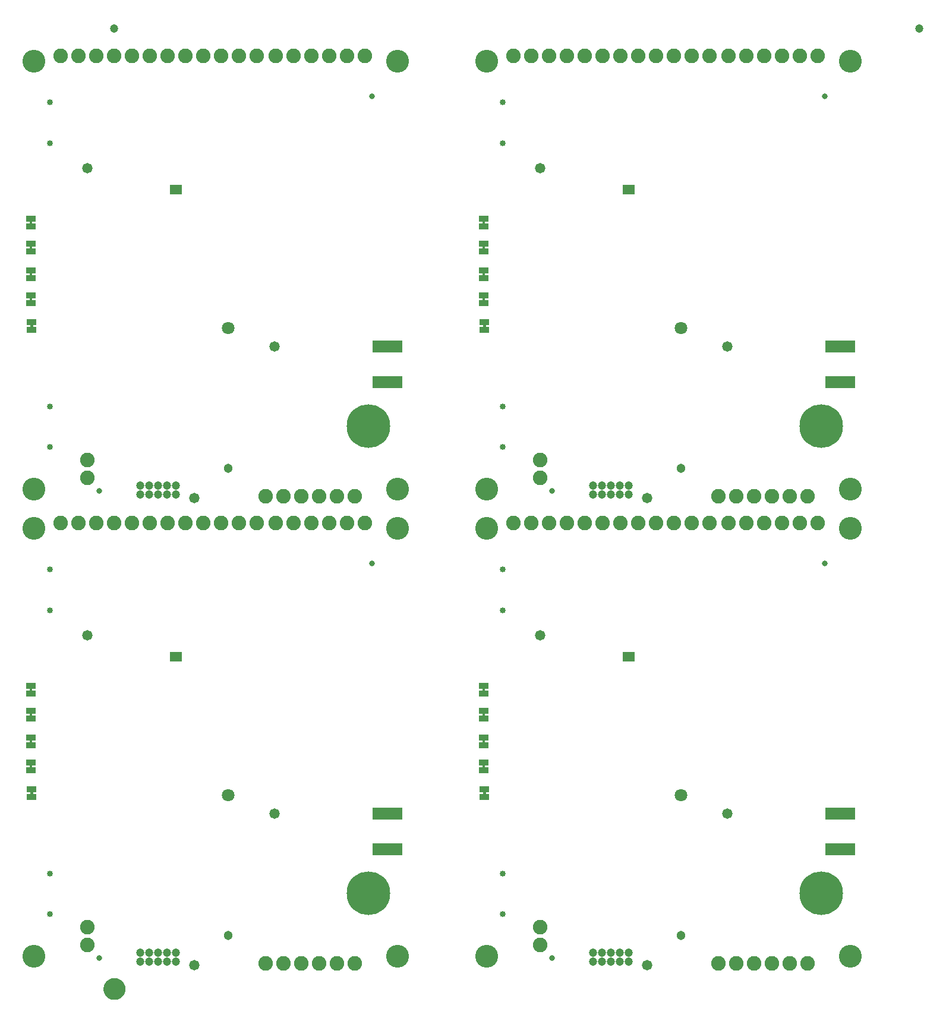
<source format=gbs>
G04 EAGLE Gerber RS-274X export*
G75*
%MOMM*%
%FSLAX34Y34*%
%LPD*%
%INSoldermask Bottom*%
%IPPOS*%
%AMOC8*
5,1,8,0,0,1.08239X$1,22.5*%
G01*
%ADD10C,0.853200*%
%ADD11C,0.838200*%
%ADD12C,2.082800*%
%ADD13C,6.203200*%
%ADD14C,1.303200*%
%ADD15C,1.803200*%
%ADD16R,1.473200X0.863600*%
%ADD17C,1.473200*%
%ADD18R,0.838200X1.473200*%
%ADD19C,3.251200*%
%ADD20C,1.203200*%
%ADD21R,4.203200X1.703200*%
%ADD22C,1.270000*%
%ADD23C,1.703200*%

G36*
X667450Y1068082D02*
X667450Y1068082D01*
X667516Y1068084D01*
X667559Y1068102D01*
X667606Y1068110D01*
X667663Y1068144D01*
X667723Y1068169D01*
X667758Y1068200D01*
X667799Y1068225D01*
X667841Y1068276D01*
X667889Y1068320D01*
X667911Y1068362D01*
X667940Y1068399D01*
X667961Y1068461D01*
X667992Y1068520D01*
X668000Y1068574D01*
X668012Y1068611D01*
X668011Y1068651D01*
X668019Y1068705D01*
X668019Y1072515D01*
X668008Y1072580D01*
X668006Y1072646D01*
X667988Y1072689D01*
X667980Y1072736D01*
X667946Y1072793D01*
X667921Y1072853D01*
X667890Y1072888D01*
X667865Y1072929D01*
X667814Y1072971D01*
X667770Y1073019D01*
X667728Y1073041D01*
X667691Y1073070D01*
X667629Y1073091D01*
X667570Y1073122D01*
X667516Y1073130D01*
X667479Y1073142D01*
X667439Y1073141D01*
X667385Y1073149D01*
X664845Y1073149D01*
X664780Y1073138D01*
X664714Y1073136D01*
X664671Y1073118D01*
X664624Y1073110D01*
X664567Y1073076D01*
X664507Y1073051D01*
X664472Y1073020D01*
X664431Y1072995D01*
X664390Y1072944D01*
X664341Y1072900D01*
X664319Y1072858D01*
X664290Y1072821D01*
X664269Y1072759D01*
X664238Y1072700D01*
X664230Y1072646D01*
X664218Y1072609D01*
X664218Y1072605D01*
X664218Y1072604D01*
X664219Y1072569D01*
X664211Y1072515D01*
X664211Y1068705D01*
X664222Y1068640D01*
X664224Y1068574D01*
X664242Y1068531D01*
X664250Y1068484D01*
X664284Y1068427D01*
X664309Y1068367D01*
X664340Y1068332D01*
X664365Y1068291D01*
X664416Y1068250D01*
X664460Y1068201D01*
X664502Y1068179D01*
X664539Y1068150D01*
X664601Y1068129D01*
X664660Y1068098D01*
X664714Y1068090D01*
X664751Y1068078D01*
X664791Y1068079D01*
X664845Y1068071D01*
X667385Y1068071D01*
X667450Y1068082D01*
G37*
G36*
X22290Y1068082D02*
X22290Y1068082D01*
X22356Y1068084D01*
X22399Y1068102D01*
X22446Y1068110D01*
X22503Y1068144D01*
X22563Y1068169D01*
X22598Y1068200D01*
X22639Y1068225D01*
X22681Y1068276D01*
X22729Y1068320D01*
X22751Y1068362D01*
X22780Y1068399D01*
X22801Y1068461D01*
X22832Y1068520D01*
X22840Y1068574D01*
X22852Y1068611D01*
X22851Y1068651D01*
X22859Y1068705D01*
X22859Y1072515D01*
X22848Y1072580D01*
X22846Y1072646D01*
X22828Y1072689D01*
X22820Y1072736D01*
X22786Y1072793D01*
X22761Y1072853D01*
X22730Y1072888D01*
X22705Y1072929D01*
X22654Y1072971D01*
X22610Y1073019D01*
X22568Y1073041D01*
X22531Y1073070D01*
X22469Y1073091D01*
X22410Y1073122D01*
X22356Y1073130D01*
X22319Y1073142D01*
X22279Y1073141D01*
X22225Y1073149D01*
X19685Y1073149D01*
X19620Y1073138D01*
X19554Y1073136D01*
X19511Y1073118D01*
X19464Y1073110D01*
X19407Y1073076D01*
X19347Y1073051D01*
X19312Y1073020D01*
X19271Y1072995D01*
X19230Y1072944D01*
X19181Y1072900D01*
X19159Y1072858D01*
X19130Y1072821D01*
X19109Y1072759D01*
X19078Y1072700D01*
X19070Y1072646D01*
X19058Y1072609D01*
X19058Y1072605D01*
X19058Y1072604D01*
X19059Y1072569D01*
X19051Y1072515D01*
X19051Y1068705D01*
X19062Y1068640D01*
X19064Y1068574D01*
X19082Y1068531D01*
X19090Y1068484D01*
X19124Y1068427D01*
X19149Y1068367D01*
X19180Y1068332D01*
X19205Y1068291D01*
X19256Y1068250D01*
X19300Y1068201D01*
X19342Y1068179D01*
X19379Y1068150D01*
X19441Y1068129D01*
X19500Y1068098D01*
X19554Y1068090D01*
X19591Y1068078D01*
X19631Y1068079D01*
X19685Y1068071D01*
X22225Y1068071D01*
X22290Y1068082D01*
G37*
G36*
X667450Y1032522D02*
X667450Y1032522D01*
X667516Y1032524D01*
X667559Y1032542D01*
X667606Y1032550D01*
X667663Y1032584D01*
X667723Y1032609D01*
X667758Y1032640D01*
X667799Y1032665D01*
X667841Y1032716D01*
X667889Y1032760D01*
X667911Y1032802D01*
X667940Y1032839D01*
X667961Y1032901D01*
X667992Y1032960D01*
X668000Y1033014D01*
X668012Y1033051D01*
X668011Y1033091D01*
X668019Y1033145D01*
X668019Y1036955D01*
X668008Y1037020D01*
X668006Y1037086D01*
X667988Y1037129D01*
X667980Y1037176D01*
X667946Y1037233D01*
X667921Y1037293D01*
X667890Y1037328D01*
X667865Y1037369D01*
X667814Y1037411D01*
X667770Y1037459D01*
X667728Y1037481D01*
X667691Y1037510D01*
X667629Y1037531D01*
X667570Y1037562D01*
X667516Y1037570D01*
X667479Y1037582D01*
X667439Y1037581D01*
X667385Y1037589D01*
X664845Y1037589D01*
X664780Y1037578D01*
X664714Y1037576D01*
X664671Y1037558D01*
X664624Y1037550D01*
X664567Y1037516D01*
X664507Y1037491D01*
X664472Y1037460D01*
X664431Y1037435D01*
X664390Y1037384D01*
X664341Y1037340D01*
X664319Y1037298D01*
X664290Y1037261D01*
X664269Y1037199D01*
X664238Y1037140D01*
X664230Y1037086D01*
X664218Y1037049D01*
X664218Y1037045D01*
X664218Y1037044D01*
X664219Y1037009D01*
X664211Y1036955D01*
X664211Y1033145D01*
X664222Y1033080D01*
X664224Y1033014D01*
X664242Y1032971D01*
X664250Y1032924D01*
X664284Y1032867D01*
X664309Y1032807D01*
X664340Y1032772D01*
X664365Y1032731D01*
X664416Y1032690D01*
X664460Y1032641D01*
X664502Y1032619D01*
X664539Y1032590D01*
X664601Y1032569D01*
X664660Y1032538D01*
X664714Y1032530D01*
X664751Y1032518D01*
X664791Y1032519D01*
X664845Y1032511D01*
X667385Y1032511D01*
X667450Y1032522D01*
G37*
G36*
X22290Y1032522D02*
X22290Y1032522D01*
X22356Y1032524D01*
X22399Y1032542D01*
X22446Y1032550D01*
X22503Y1032584D01*
X22563Y1032609D01*
X22598Y1032640D01*
X22639Y1032665D01*
X22681Y1032716D01*
X22729Y1032760D01*
X22751Y1032802D01*
X22780Y1032839D01*
X22801Y1032901D01*
X22832Y1032960D01*
X22840Y1033014D01*
X22852Y1033051D01*
X22851Y1033091D01*
X22859Y1033145D01*
X22859Y1036955D01*
X22848Y1037020D01*
X22846Y1037086D01*
X22828Y1037129D01*
X22820Y1037176D01*
X22786Y1037233D01*
X22761Y1037293D01*
X22730Y1037328D01*
X22705Y1037369D01*
X22654Y1037411D01*
X22610Y1037459D01*
X22568Y1037481D01*
X22531Y1037510D01*
X22469Y1037531D01*
X22410Y1037562D01*
X22356Y1037570D01*
X22319Y1037582D01*
X22279Y1037581D01*
X22225Y1037589D01*
X19685Y1037589D01*
X19620Y1037578D01*
X19554Y1037576D01*
X19511Y1037558D01*
X19464Y1037550D01*
X19407Y1037516D01*
X19347Y1037491D01*
X19312Y1037460D01*
X19271Y1037435D01*
X19230Y1037384D01*
X19181Y1037340D01*
X19159Y1037298D01*
X19130Y1037261D01*
X19109Y1037199D01*
X19078Y1037140D01*
X19070Y1037086D01*
X19058Y1037049D01*
X19058Y1037045D01*
X19058Y1037044D01*
X19059Y1037009D01*
X19051Y1036955D01*
X19051Y1033145D01*
X19062Y1033080D01*
X19064Y1033014D01*
X19082Y1032971D01*
X19090Y1032924D01*
X19124Y1032867D01*
X19149Y1032807D01*
X19180Y1032772D01*
X19205Y1032731D01*
X19256Y1032690D01*
X19300Y1032641D01*
X19342Y1032619D01*
X19379Y1032590D01*
X19441Y1032569D01*
X19500Y1032538D01*
X19554Y1032530D01*
X19591Y1032518D01*
X19631Y1032519D01*
X19685Y1032511D01*
X22225Y1032511D01*
X22290Y1032522D01*
G37*
G36*
X22290Y994422D02*
X22290Y994422D01*
X22356Y994424D01*
X22399Y994442D01*
X22446Y994450D01*
X22503Y994484D01*
X22563Y994509D01*
X22598Y994540D01*
X22639Y994565D01*
X22681Y994616D01*
X22729Y994660D01*
X22751Y994702D01*
X22780Y994739D01*
X22801Y994801D01*
X22832Y994860D01*
X22840Y994914D01*
X22852Y994951D01*
X22851Y994991D01*
X22859Y995045D01*
X22859Y998855D01*
X22848Y998920D01*
X22846Y998986D01*
X22828Y999029D01*
X22820Y999076D01*
X22786Y999133D01*
X22761Y999193D01*
X22730Y999228D01*
X22705Y999269D01*
X22654Y999311D01*
X22610Y999359D01*
X22568Y999381D01*
X22531Y999410D01*
X22469Y999431D01*
X22410Y999462D01*
X22356Y999470D01*
X22319Y999482D01*
X22279Y999481D01*
X22225Y999489D01*
X19685Y999489D01*
X19620Y999478D01*
X19554Y999476D01*
X19511Y999458D01*
X19464Y999450D01*
X19407Y999416D01*
X19347Y999391D01*
X19312Y999360D01*
X19271Y999335D01*
X19230Y999284D01*
X19181Y999240D01*
X19159Y999198D01*
X19130Y999161D01*
X19109Y999099D01*
X19078Y999040D01*
X19070Y998986D01*
X19058Y998949D01*
X19058Y998945D01*
X19058Y998944D01*
X19059Y998909D01*
X19051Y998855D01*
X19051Y995045D01*
X19062Y994980D01*
X19064Y994914D01*
X19082Y994871D01*
X19090Y994824D01*
X19124Y994767D01*
X19149Y994707D01*
X19180Y994672D01*
X19205Y994631D01*
X19256Y994590D01*
X19300Y994541D01*
X19342Y994519D01*
X19379Y994490D01*
X19441Y994469D01*
X19500Y994438D01*
X19554Y994430D01*
X19591Y994418D01*
X19631Y994419D01*
X19685Y994411D01*
X22225Y994411D01*
X22290Y994422D01*
G37*
G36*
X667450Y994422D02*
X667450Y994422D01*
X667516Y994424D01*
X667559Y994442D01*
X667606Y994450D01*
X667663Y994484D01*
X667723Y994509D01*
X667758Y994540D01*
X667799Y994565D01*
X667841Y994616D01*
X667889Y994660D01*
X667911Y994702D01*
X667940Y994739D01*
X667961Y994801D01*
X667992Y994860D01*
X668000Y994914D01*
X668012Y994951D01*
X668011Y994991D01*
X668019Y995045D01*
X668019Y998855D01*
X668008Y998920D01*
X668006Y998986D01*
X667988Y999029D01*
X667980Y999076D01*
X667946Y999133D01*
X667921Y999193D01*
X667890Y999228D01*
X667865Y999269D01*
X667814Y999311D01*
X667770Y999359D01*
X667728Y999381D01*
X667691Y999410D01*
X667629Y999431D01*
X667570Y999462D01*
X667516Y999470D01*
X667479Y999482D01*
X667439Y999481D01*
X667385Y999489D01*
X664845Y999489D01*
X664780Y999478D01*
X664714Y999476D01*
X664671Y999458D01*
X664624Y999450D01*
X664567Y999416D01*
X664507Y999391D01*
X664472Y999360D01*
X664431Y999335D01*
X664390Y999284D01*
X664341Y999240D01*
X664319Y999198D01*
X664290Y999161D01*
X664269Y999099D01*
X664238Y999040D01*
X664230Y998986D01*
X664218Y998949D01*
X664218Y998945D01*
X664218Y998944D01*
X664219Y998909D01*
X664211Y998855D01*
X664211Y995045D01*
X664222Y994980D01*
X664224Y994914D01*
X664242Y994871D01*
X664250Y994824D01*
X664284Y994767D01*
X664309Y994707D01*
X664340Y994672D01*
X664365Y994631D01*
X664416Y994590D01*
X664460Y994541D01*
X664502Y994519D01*
X664539Y994490D01*
X664601Y994469D01*
X664660Y994438D01*
X664714Y994430D01*
X664751Y994418D01*
X664791Y994419D01*
X664845Y994411D01*
X667385Y994411D01*
X667450Y994422D01*
G37*
G36*
X22290Y958862D02*
X22290Y958862D01*
X22356Y958864D01*
X22399Y958882D01*
X22446Y958890D01*
X22503Y958924D01*
X22563Y958949D01*
X22598Y958980D01*
X22639Y959005D01*
X22681Y959056D01*
X22729Y959100D01*
X22751Y959142D01*
X22780Y959179D01*
X22801Y959241D01*
X22832Y959300D01*
X22840Y959354D01*
X22852Y959391D01*
X22851Y959431D01*
X22859Y959485D01*
X22859Y963295D01*
X22848Y963360D01*
X22846Y963426D01*
X22828Y963469D01*
X22820Y963516D01*
X22786Y963573D01*
X22761Y963633D01*
X22730Y963668D01*
X22705Y963709D01*
X22654Y963751D01*
X22610Y963799D01*
X22568Y963821D01*
X22531Y963850D01*
X22469Y963871D01*
X22410Y963902D01*
X22356Y963910D01*
X22319Y963922D01*
X22279Y963921D01*
X22225Y963929D01*
X19685Y963929D01*
X19620Y963918D01*
X19554Y963916D01*
X19511Y963898D01*
X19464Y963890D01*
X19407Y963856D01*
X19347Y963831D01*
X19312Y963800D01*
X19271Y963775D01*
X19230Y963724D01*
X19181Y963680D01*
X19159Y963638D01*
X19130Y963601D01*
X19109Y963539D01*
X19078Y963480D01*
X19070Y963426D01*
X19058Y963389D01*
X19058Y963385D01*
X19058Y963384D01*
X19059Y963349D01*
X19051Y963295D01*
X19051Y959485D01*
X19062Y959420D01*
X19064Y959354D01*
X19082Y959311D01*
X19090Y959264D01*
X19124Y959207D01*
X19149Y959147D01*
X19180Y959112D01*
X19205Y959071D01*
X19256Y959030D01*
X19300Y958981D01*
X19342Y958959D01*
X19379Y958930D01*
X19441Y958909D01*
X19500Y958878D01*
X19554Y958870D01*
X19591Y958858D01*
X19631Y958859D01*
X19685Y958851D01*
X22225Y958851D01*
X22290Y958862D01*
G37*
G36*
X667450Y958862D02*
X667450Y958862D01*
X667516Y958864D01*
X667559Y958882D01*
X667606Y958890D01*
X667663Y958924D01*
X667723Y958949D01*
X667758Y958980D01*
X667799Y959005D01*
X667841Y959056D01*
X667889Y959100D01*
X667911Y959142D01*
X667940Y959179D01*
X667961Y959241D01*
X667992Y959300D01*
X668000Y959354D01*
X668012Y959391D01*
X668011Y959431D01*
X668019Y959485D01*
X668019Y963295D01*
X668008Y963360D01*
X668006Y963426D01*
X667988Y963469D01*
X667980Y963516D01*
X667946Y963573D01*
X667921Y963633D01*
X667890Y963668D01*
X667865Y963709D01*
X667814Y963751D01*
X667770Y963799D01*
X667728Y963821D01*
X667691Y963850D01*
X667629Y963871D01*
X667570Y963902D01*
X667516Y963910D01*
X667479Y963922D01*
X667439Y963921D01*
X667385Y963929D01*
X664845Y963929D01*
X664780Y963918D01*
X664714Y963916D01*
X664671Y963898D01*
X664624Y963890D01*
X664567Y963856D01*
X664507Y963831D01*
X664472Y963800D01*
X664431Y963775D01*
X664390Y963724D01*
X664341Y963680D01*
X664319Y963638D01*
X664290Y963601D01*
X664269Y963539D01*
X664238Y963480D01*
X664230Y963426D01*
X664218Y963389D01*
X664218Y963385D01*
X664218Y963384D01*
X664219Y963349D01*
X664211Y963295D01*
X664211Y959485D01*
X664222Y959420D01*
X664224Y959354D01*
X664242Y959311D01*
X664250Y959264D01*
X664284Y959207D01*
X664309Y959147D01*
X664340Y959112D01*
X664365Y959071D01*
X664416Y959030D01*
X664460Y958981D01*
X664502Y958959D01*
X664539Y958930D01*
X664601Y958909D01*
X664660Y958878D01*
X664714Y958870D01*
X664751Y958858D01*
X664791Y958859D01*
X664845Y958851D01*
X667385Y958851D01*
X667450Y958862D01*
G37*
G36*
X23560Y920762D02*
X23560Y920762D01*
X23626Y920764D01*
X23669Y920782D01*
X23716Y920790D01*
X23773Y920824D01*
X23833Y920849D01*
X23868Y920880D01*
X23909Y920905D01*
X23951Y920956D01*
X23999Y921000D01*
X24021Y921042D01*
X24050Y921079D01*
X24071Y921141D01*
X24102Y921200D01*
X24110Y921254D01*
X24122Y921291D01*
X24121Y921331D01*
X24129Y921385D01*
X24129Y925195D01*
X24118Y925260D01*
X24116Y925326D01*
X24098Y925369D01*
X24090Y925416D01*
X24056Y925473D01*
X24031Y925533D01*
X24000Y925568D01*
X23975Y925609D01*
X23924Y925651D01*
X23880Y925699D01*
X23838Y925721D01*
X23801Y925750D01*
X23739Y925771D01*
X23680Y925802D01*
X23626Y925810D01*
X23589Y925822D01*
X23549Y925821D01*
X23495Y925829D01*
X20955Y925829D01*
X20890Y925818D01*
X20824Y925816D01*
X20781Y925798D01*
X20734Y925790D01*
X20677Y925756D01*
X20617Y925731D01*
X20582Y925700D01*
X20541Y925675D01*
X20500Y925624D01*
X20451Y925580D01*
X20429Y925538D01*
X20400Y925501D01*
X20379Y925439D01*
X20348Y925380D01*
X20340Y925326D01*
X20328Y925289D01*
X20328Y925285D01*
X20328Y925284D01*
X20329Y925249D01*
X20321Y925195D01*
X20321Y921385D01*
X20332Y921320D01*
X20334Y921254D01*
X20352Y921211D01*
X20360Y921164D01*
X20394Y921107D01*
X20419Y921047D01*
X20450Y921012D01*
X20475Y920971D01*
X20526Y920930D01*
X20570Y920881D01*
X20612Y920859D01*
X20649Y920830D01*
X20711Y920809D01*
X20770Y920778D01*
X20824Y920770D01*
X20861Y920758D01*
X20901Y920759D01*
X20955Y920751D01*
X23495Y920751D01*
X23560Y920762D01*
G37*
G36*
X668720Y920762D02*
X668720Y920762D01*
X668786Y920764D01*
X668829Y920782D01*
X668876Y920790D01*
X668933Y920824D01*
X668993Y920849D01*
X669028Y920880D01*
X669069Y920905D01*
X669111Y920956D01*
X669159Y921000D01*
X669181Y921042D01*
X669210Y921079D01*
X669231Y921141D01*
X669262Y921200D01*
X669270Y921254D01*
X669282Y921291D01*
X669281Y921331D01*
X669289Y921385D01*
X669289Y925195D01*
X669278Y925260D01*
X669276Y925326D01*
X669258Y925369D01*
X669250Y925416D01*
X669216Y925473D01*
X669191Y925533D01*
X669160Y925568D01*
X669135Y925609D01*
X669084Y925651D01*
X669040Y925699D01*
X668998Y925721D01*
X668961Y925750D01*
X668899Y925771D01*
X668840Y925802D01*
X668786Y925810D01*
X668749Y925822D01*
X668709Y925821D01*
X668655Y925829D01*
X666115Y925829D01*
X666050Y925818D01*
X665984Y925816D01*
X665941Y925798D01*
X665894Y925790D01*
X665837Y925756D01*
X665777Y925731D01*
X665742Y925700D01*
X665701Y925675D01*
X665660Y925624D01*
X665611Y925580D01*
X665589Y925538D01*
X665560Y925501D01*
X665539Y925439D01*
X665508Y925380D01*
X665500Y925326D01*
X665488Y925289D01*
X665488Y925285D01*
X665488Y925284D01*
X665489Y925249D01*
X665481Y925195D01*
X665481Y921385D01*
X665492Y921320D01*
X665494Y921254D01*
X665512Y921211D01*
X665520Y921164D01*
X665554Y921107D01*
X665579Y921047D01*
X665610Y921012D01*
X665635Y920971D01*
X665686Y920930D01*
X665730Y920881D01*
X665772Y920859D01*
X665809Y920830D01*
X665871Y920809D01*
X665930Y920778D01*
X665984Y920770D01*
X666021Y920758D01*
X666061Y920759D01*
X666115Y920751D01*
X668655Y920751D01*
X668720Y920762D01*
G37*
G36*
X667450Y402602D02*
X667450Y402602D01*
X667516Y402604D01*
X667559Y402622D01*
X667606Y402630D01*
X667663Y402664D01*
X667723Y402689D01*
X667758Y402720D01*
X667799Y402745D01*
X667841Y402796D01*
X667889Y402840D01*
X667911Y402882D01*
X667940Y402919D01*
X667961Y402981D01*
X667992Y403040D01*
X668000Y403094D01*
X668012Y403131D01*
X668011Y403171D01*
X668019Y403225D01*
X668019Y407035D01*
X668008Y407100D01*
X668006Y407166D01*
X667988Y407209D01*
X667980Y407256D01*
X667946Y407313D01*
X667921Y407373D01*
X667890Y407408D01*
X667865Y407449D01*
X667814Y407491D01*
X667770Y407539D01*
X667728Y407561D01*
X667691Y407590D01*
X667629Y407611D01*
X667570Y407642D01*
X667516Y407650D01*
X667479Y407662D01*
X667439Y407661D01*
X667385Y407669D01*
X664845Y407669D01*
X664780Y407658D01*
X664714Y407656D01*
X664671Y407638D01*
X664624Y407630D01*
X664567Y407596D01*
X664507Y407571D01*
X664472Y407540D01*
X664431Y407515D01*
X664390Y407464D01*
X664341Y407420D01*
X664319Y407378D01*
X664290Y407341D01*
X664269Y407279D01*
X664238Y407220D01*
X664230Y407166D01*
X664218Y407129D01*
X664218Y407125D01*
X664218Y407124D01*
X664219Y407089D01*
X664211Y407035D01*
X664211Y403225D01*
X664222Y403160D01*
X664224Y403094D01*
X664242Y403051D01*
X664250Y403004D01*
X664284Y402947D01*
X664309Y402887D01*
X664340Y402852D01*
X664365Y402811D01*
X664416Y402770D01*
X664460Y402721D01*
X664502Y402699D01*
X664539Y402670D01*
X664601Y402649D01*
X664660Y402618D01*
X664714Y402610D01*
X664751Y402598D01*
X664791Y402599D01*
X664845Y402591D01*
X667385Y402591D01*
X667450Y402602D01*
G37*
G36*
X22290Y402602D02*
X22290Y402602D01*
X22356Y402604D01*
X22399Y402622D01*
X22446Y402630D01*
X22503Y402664D01*
X22563Y402689D01*
X22598Y402720D01*
X22639Y402745D01*
X22681Y402796D01*
X22729Y402840D01*
X22751Y402882D01*
X22780Y402919D01*
X22801Y402981D01*
X22832Y403040D01*
X22840Y403094D01*
X22852Y403131D01*
X22851Y403171D01*
X22859Y403225D01*
X22859Y407035D01*
X22848Y407100D01*
X22846Y407166D01*
X22828Y407209D01*
X22820Y407256D01*
X22786Y407313D01*
X22761Y407373D01*
X22730Y407408D01*
X22705Y407449D01*
X22654Y407491D01*
X22610Y407539D01*
X22568Y407561D01*
X22531Y407590D01*
X22469Y407611D01*
X22410Y407642D01*
X22356Y407650D01*
X22319Y407662D01*
X22279Y407661D01*
X22225Y407669D01*
X19685Y407669D01*
X19620Y407658D01*
X19554Y407656D01*
X19511Y407638D01*
X19464Y407630D01*
X19407Y407596D01*
X19347Y407571D01*
X19312Y407540D01*
X19271Y407515D01*
X19230Y407464D01*
X19181Y407420D01*
X19159Y407378D01*
X19130Y407341D01*
X19109Y407279D01*
X19078Y407220D01*
X19070Y407166D01*
X19058Y407129D01*
X19058Y407125D01*
X19058Y407124D01*
X19059Y407089D01*
X19051Y407035D01*
X19051Y403225D01*
X19062Y403160D01*
X19064Y403094D01*
X19082Y403051D01*
X19090Y403004D01*
X19124Y402947D01*
X19149Y402887D01*
X19180Y402852D01*
X19205Y402811D01*
X19256Y402770D01*
X19300Y402721D01*
X19342Y402699D01*
X19379Y402670D01*
X19441Y402649D01*
X19500Y402618D01*
X19554Y402610D01*
X19591Y402598D01*
X19631Y402599D01*
X19685Y402591D01*
X22225Y402591D01*
X22290Y402602D01*
G37*
G36*
X667450Y367042D02*
X667450Y367042D01*
X667516Y367044D01*
X667559Y367062D01*
X667606Y367070D01*
X667663Y367104D01*
X667723Y367129D01*
X667758Y367160D01*
X667799Y367185D01*
X667841Y367236D01*
X667889Y367280D01*
X667911Y367322D01*
X667940Y367359D01*
X667961Y367421D01*
X667992Y367480D01*
X668000Y367534D01*
X668012Y367571D01*
X668011Y367611D01*
X668019Y367665D01*
X668019Y371475D01*
X668008Y371540D01*
X668006Y371606D01*
X667988Y371649D01*
X667980Y371696D01*
X667946Y371753D01*
X667921Y371813D01*
X667890Y371848D01*
X667865Y371889D01*
X667814Y371931D01*
X667770Y371979D01*
X667728Y372001D01*
X667691Y372030D01*
X667629Y372051D01*
X667570Y372082D01*
X667516Y372090D01*
X667479Y372102D01*
X667439Y372101D01*
X667385Y372109D01*
X664845Y372109D01*
X664780Y372098D01*
X664714Y372096D01*
X664671Y372078D01*
X664624Y372070D01*
X664567Y372036D01*
X664507Y372011D01*
X664472Y371980D01*
X664431Y371955D01*
X664390Y371904D01*
X664341Y371860D01*
X664319Y371818D01*
X664290Y371781D01*
X664269Y371719D01*
X664238Y371660D01*
X664230Y371606D01*
X664218Y371569D01*
X664218Y371565D01*
X664218Y371564D01*
X664219Y371529D01*
X664211Y371475D01*
X664211Y367665D01*
X664222Y367600D01*
X664224Y367534D01*
X664242Y367491D01*
X664250Y367444D01*
X664284Y367387D01*
X664309Y367327D01*
X664340Y367292D01*
X664365Y367251D01*
X664416Y367210D01*
X664460Y367161D01*
X664502Y367139D01*
X664539Y367110D01*
X664601Y367089D01*
X664660Y367058D01*
X664714Y367050D01*
X664751Y367038D01*
X664791Y367039D01*
X664845Y367031D01*
X667385Y367031D01*
X667450Y367042D01*
G37*
G36*
X22290Y367042D02*
X22290Y367042D01*
X22356Y367044D01*
X22399Y367062D01*
X22446Y367070D01*
X22503Y367104D01*
X22563Y367129D01*
X22598Y367160D01*
X22639Y367185D01*
X22681Y367236D01*
X22729Y367280D01*
X22751Y367322D01*
X22780Y367359D01*
X22801Y367421D01*
X22832Y367480D01*
X22840Y367534D01*
X22852Y367571D01*
X22851Y367611D01*
X22859Y367665D01*
X22859Y371475D01*
X22848Y371540D01*
X22846Y371606D01*
X22828Y371649D01*
X22820Y371696D01*
X22786Y371753D01*
X22761Y371813D01*
X22730Y371848D01*
X22705Y371889D01*
X22654Y371931D01*
X22610Y371979D01*
X22568Y372001D01*
X22531Y372030D01*
X22469Y372051D01*
X22410Y372082D01*
X22356Y372090D01*
X22319Y372102D01*
X22279Y372101D01*
X22225Y372109D01*
X19685Y372109D01*
X19620Y372098D01*
X19554Y372096D01*
X19511Y372078D01*
X19464Y372070D01*
X19407Y372036D01*
X19347Y372011D01*
X19312Y371980D01*
X19271Y371955D01*
X19230Y371904D01*
X19181Y371860D01*
X19159Y371818D01*
X19130Y371781D01*
X19109Y371719D01*
X19078Y371660D01*
X19070Y371606D01*
X19058Y371569D01*
X19058Y371565D01*
X19058Y371564D01*
X19059Y371529D01*
X19051Y371475D01*
X19051Y367665D01*
X19062Y367600D01*
X19064Y367534D01*
X19082Y367491D01*
X19090Y367444D01*
X19124Y367387D01*
X19149Y367327D01*
X19180Y367292D01*
X19205Y367251D01*
X19256Y367210D01*
X19300Y367161D01*
X19342Y367139D01*
X19379Y367110D01*
X19441Y367089D01*
X19500Y367058D01*
X19554Y367050D01*
X19591Y367038D01*
X19631Y367039D01*
X19685Y367031D01*
X22225Y367031D01*
X22290Y367042D01*
G37*
G36*
X667450Y328942D02*
X667450Y328942D01*
X667516Y328944D01*
X667559Y328962D01*
X667606Y328970D01*
X667663Y329004D01*
X667723Y329029D01*
X667758Y329060D01*
X667799Y329085D01*
X667841Y329136D01*
X667889Y329180D01*
X667911Y329222D01*
X667940Y329259D01*
X667961Y329321D01*
X667992Y329380D01*
X668000Y329434D01*
X668012Y329471D01*
X668011Y329511D01*
X668019Y329565D01*
X668019Y333375D01*
X668008Y333440D01*
X668006Y333506D01*
X667988Y333549D01*
X667980Y333596D01*
X667946Y333653D01*
X667921Y333713D01*
X667890Y333748D01*
X667865Y333789D01*
X667814Y333831D01*
X667770Y333879D01*
X667728Y333901D01*
X667691Y333930D01*
X667629Y333951D01*
X667570Y333982D01*
X667516Y333990D01*
X667479Y334002D01*
X667439Y334001D01*
X667385Y334009D01*
X664845Y334009D01*
X664780Y333998D01*
X664714Y333996D01*
X664671Y333978D01*
X664624Y333970D01*
X664567Y333936D01*
X664507Y333911D01*
X664472Y333880D01*
X664431Y333855D01*
X664390Y333804D01*
X664341Y333760D01*
X664319Y333718D01*
X664290Y333681D01*
X664269Y333619D01*
X664238Y333560D01*
X664230Y333506D01*
X664218Y333469D01*
X664218Y333465D01*
X664218Y333464D01*
X664219Y333429D01*
X664211Y333375D01*
X664211Y329565D01*
X664222Y329500D01*
X664224Y329434D01*
X664242Y329391D01*
X664250Y329344D01*
X664284Y329287D01*
X664309Y329227D01*
X664340Y329192D01*
X664365Y329151D01*
X664416Y329110D01*
X664460Y329061D01*
X664502Y329039D01*
X664539Y329010D01*
X664601Y328989D01*
X664660Y328958D01*
X664714Y328950D01*
X664751Y328938D01*
X664791Y328939D01*
X664845Y328931D01*
X667385Y328931D01*
X667450Y328942D01*
G37*
G36*
X22290Y328942D02*
X22290Y328942D01*
X22356Y328944D01*
X22399Y328962D01*
X22446Y328970D01*
X22503Y329004D01*
X22563Y329029D01*
X22598Y329060D01*
X22639Y329085D01*
X22681Y329136D01*
X22729Y329180D01*
X22751Y329222D01*
X22780Y329259D01*
X22801Y329321D01*
X22832Y329380D01*
X22840Y329434D01*
X22852Y329471D01*
X22851Y329511D01*
X22859Y329565D01*
X22859Y333375D01*
X22848Y333440D01*
X22846Y333506D01*
X22828Y333549D01*
X22820Y333596D01*
X22786Y333653D01*
X22761Y333713D01*
X22730Y333748D01*
X22705Y333789D01*
X22654Y333831D01*
X22610Y333879D01*
X22568Y333901D01*
X22531Y333930D01*
X22469Y333951D01*
X22410Y333982D01*
X22356Y333990D01*
X22319Y334002D01*
X22279Y334001D01*
X22225Y334009D01*
X19685Y334009D01*
X19620Y333998D01*
X19554Y333996D01*
X19511Y333978D01*
X19464Y333970D01*
X19407Y333936D01*
X19347Y333911D01*
X19312Y333880D01*
X19271Y333855D01*
X19230Y333804D01*
X19181Y333760D01*
X19159Y333718D01*
X19130Y333681D01*
X19109Y333619D01*
X19078Y333560D01*
X19070Y333506D01*
X19058Y333469D01*
X19058Y333465D01*
X19058Y333464D01*
X19059Y333429D01*
X19051Y333375D01*
X19051Y329565D01*
X19062Y329500D01*
X19064Y329434D01*
X19082Y329391D01*
X19090Y329344D01*
X19124Y329287D01*
X19149Y329227D01*
X19180Y329192D01*
X19205Y329151D01*
X19256Y329110D01*
X19300Y329061D01*
X19342Y329039D01*
X19379Y329010D01*
X19441Y328989D01*
X19500Y328958D01*
X19554Y328950D01*
X19591Y328938D01*
X19631Y328939D01*
X19685Y328931D01*
X22225Y328931D01*
X22290Y328942D01*
G37*
G36*
X667450Y293382D02*
X667450Y293382D01*
X667516Y293384D01*
X667559Y293402D01*
X667606Y293410D01*
X667663Y293444D01*
X667723Y293469D01*
X667758Y293500D01*
X667799Y293525D01*
X667841Y293576D01*
X667889Y293620D01*
X667911Y293662D01*
X667940Y293699D01*
X667961Y293761D01*
X667992Y293820D01*
X668000Y293874D01*
X668012Y293911D01*
X668011Y293951D01*
X668019Y294005D01*
X668019Y297815D01*
X668008Y297880D01*
X668006Y297946D01*
X667988Y297989D01*
X667980Y298036D01*
X667946Y298093D01*
X667921Y298153D01*
X667890Y298188D01*
X667865Y298229D01*
X667814Y298271D01*
X667770Y298319D01*
X667728Y298341D01*
X667691Y298370D01*
X667629Y298391D01*
X667570Y298422D01*
X667516Y298430D01*
X667479Y298442D01*
X667439Y298441D01*
X667385Y298449D01*
X664845Y298449D01*
X664780Y298438D01*
X664714Y298436D01*
X664671Y298418D01*
X664624Y298410D01*
X664567Y298376D01*
X664507Y298351D01*
X664472Y298320D01*
X664431Y298295D01*
X664390Y298244D01*
X664341Y298200D01*
X664319Y298158D01*
X664290Y298121D01*
X664269Y298059D01*
X664238Y298000D01*
X664230Y297946D01*
X664218Y297909D01*
X664218Y297905D01*
X664218Y297904D01*
X664219Y297869D01*
X664211Y297815D01*
X664211Y294005D01*
X664222Y293940D01*
X664224Y293874D01*
X664242Y293831D01*
X664250Y293784D01*
X664284Y293727D01*
X664309Y293667D01*
X664340Y293632D01*
X664365Y293591D01*
X664416Y293550D01*
X664460Y293501D01*
X664502Y293479D01*
X664539Y293450D01*
X664601Y293429D01*
X664660Y293398D01*
X664714Y293390D01*
X664751Y293378D01*
X664791Y293379D01*
X664845Y293371D01*
X667385Y293371D01*
X667450Y293382D01*
G37*
G36*
X22290Y293382D02*
X22290Y293382D01*
X22356Y293384D01*
X22399Y293402D01*
X22446Y293410D01*
X22503Y293444D01*
X22563Y293469D01*
X22598Y293500D01*
X22639Y293525D01*
X22681Y293576D01*
X22729Y293620D01*
X22751Y293662D01*
X22780Y293699D01*
X22801Y293761D01*
X22832Y293820D01*
X22840Y293874D01*
X22852Y293911D01*
X22851Y293951D01*
X22859Y294005D01*
X22859Y297815D01*
X22848Y297880D01*
X22846Y297946D01*
X22828Y297989D01*
X22820Y298036D01*
X22786Y298093D01*
X22761Y298153D01*
X22730Y298188D01*
X22705Y298229D01*
X22654Y298271D01*
X22610Y298319D01*
X22568Y298341D01*
X22531Y298370D01*
X22469Y298391D01*
X22410Y298422D01*
X22356Y298430D01*
X22319Y298442D01*
X22279Y298441D01*
X22225Y298449D01*
X19685Y298449D01*
X19620Y298438D01*
X19554Y298436D01*
X19511Y298418D01*
X19464Y298410D01*
X19407Y298376D01*
X19347Y298351D01*
X19312Y298320D01*
X19271Y298295D01*
X19230Y298244D01*
X19181Y298200D01*
X19159Y298158D01*
X19130Y298121D01*
X19109Y298059D01*
X19078Y298000D01*
X19070Y297946D01*
X19058Y297909D01*
X19058Y297905D01*
X19058Y297904D01*
X19059Y297869D01*
X19051Y297815D01*
X19051Y294005D01*
X19062Y293940D01*
X19064Y293874D01*
X19082Y293831D01*
X19090Y293784D01*
X19124Y293727D01*
X19149Y293667D01*
X19180Y293632D01*
X19205Y293591D01*
X19256Y293550D01*
X19300Y293501D01*
X19342Y293479D01*
X19379Y293450D01*
X19441Y293429D01*
X19500Y293398D01*
X19554Y293390D01*
X19591Y293378D01*
X19631Y293379D01*
X19685Y293371D01*
X22225Y293371D01*
X22290Y293382D01*
G37*
G36*
X668720Y255282D02*
X668720Y255282D01*
X668786Y255284D01*
X668829Y255302D01*
X668876Y255310D01*
X668933Y255344D01*
X668993Y255369D01*
X669028Y255400D01*
X669069Y255425D01*
X669111Y255476D01*
X669159Y255520D01*
X669181Y255562D01*
X669210Y255599D01*
X669231Y255661D01*
X669262Y255720D01*
X669270Y255774D01*
X669282Y255811D01*
X669281Y255851D01*
X669289Y255905D01*
X669289Y259715D01*
X669278Y259780D01*
X669276Y259846D01*
X669258Y259889D01*
X669250Y259936D01*
X669216Y259993D01*
X669191Y260053D01*
X669160Y260088D01*
X669135Y260129D01*
X669084Y260171D01*
X669040Y260219D01*
X668998Y260241D01*
X668961Y260270D01*
X668899Y260291D01*
X668840Y260322D01*
X668786Y260330D01*
X668749Y260342D01*
X668709Y260341D01*
X668655Y260349D01*
X666115Y260349D01*
X666050Y260338D01*
X665984Y260336D01*
X665941Y260318D01*
X665894Y260310D01*
X665837Y260276D01*
X665777Y260251D01*
X665742Y260220D01*
X665701Y260195D01*
X665660Y260144D01*
X665611Y260100D01*
X665589Y260058D01*
X665560Y260021D01*
X665539Y259959D01*
X665508Y259900D01*
X665500Y259846D01*
X665488Y259809D01*
X665488Y259805D01*
X665488Y259804D01*
X665489Y259769D01*
X665481Y259715D01*
X665481Y255905D01*
X665492Y255840D01*
X665494Y255774D01*
X665512Y255731D01*
X665520Y255684D01*
X665554Y255627D01*
X665579Y255567D01*
X665610Y255532D01*
X665635Y255491D01*
X665686Y255450D01*
X665730Y255401D01*
X665772Y255379D01*
X665809Y255350D01*
X665871Y255329D01*
X665930Y255298D01*
X665984Y255290D01*
X666021Y255278D01*
X666061Y255279D01*
X666115Y255271D01*
X668655Y255271D01*
X668720Y255282D01*
G37*
G36*
X23560Y255282D02*
X23560Y255282D01*
X23626Y255284D01*
X23669Y255302D01*
X23716Y255310D01*
X23773Y255344D01*
X23833Y255369D01*
X23868Y255400D01*
X23909Y255425D01*
X23951Y255476D01*
X23999Y255520D01*
X24021Y255562D01*
X24050Y255599D01*
X24071Y255661D01*
X24102Y255720D01*
X24110Y255774D01*
X24122Y255811D01*
X24121Y255851D01*
X24129Y255905D01*
X24129Y259715D01*
X24118Y259780D01*
X24116Y259846D01*
X24098Y259889D01*
X24090Y259936D01*
X24056Y259993D01*
X24031Y260053D01*
X24000Y260088D01*
X23975Y260129D01*
X23924Y260171D01*
X23880Y260219D01*
X23838Y260241D01*
X23801Y260270D01*
X23739Y260291D01*
X23680Y260322D01*
X23626Y260330D01*
X23589Y260342D01*
X23549Y260341D01*
X23495Y260349D01*
X20955Y260349D01*
X20890Y260338D01*
X20824Y260336D01*
X20781Y260318D01*
X20734Y260310D01*
X20677Y260276D01*
X20617Y260251D01*
X20582Y260220D01*
X20541Y260195D01*
X20500Y260144D01*
X20451Y260100D01*
X20429Y260058D01*
X20400Y260021D01*
X20379Y259959D01*
X20348Y259900D01*
X20340Y259846D01*
X20328Y259809D01*
X20328Y259805D01*
X20328Y259804D01*
X20329Y259769D01*
X20321Y259715D01*
X20321Y255905D01*
X20332Y255840D01*
X20334Y255774D01*
X20352Y255731D01*
X20360Y255684D01*
X20394Y255627D01*
X20419Y255567D01*
X20450Y255532D01*
X20475Y255491D01*
X20526Y255450D01*
X20570Y255401D01*
X20612Y255379D01*
X20649Y255350D01*
X20711Y255329D01*
X20770Y255298D01*
X20824Y255290D01*
X20861Y255278D01*
X20901Y255279D01*
X20955Y255271D01*
X23495Y255271D01*
X23560Y255282D01*
G37*
D10*
X47780Y143200D03*
X47780Y85400D03*
D11*
X118110Y22860D03*
D12*
X101600Y67310D03*
X101600Y41910D03*
D13*
X502158Y114808D03*
D14*
X302260Y54940D03*
D15*
X302260Y254940D03*
D16*
X22225Y252603D03*
X22225Y263017D03*
X20955Y290703D03*
X20955Y301117D03*
D17*
X368300Y228600D03*
X254000Y12700D03*
D10*
X47780Y576270D03*
X47780Y518470D03*
D16*
X20955Y336677D03*
X20955Y326263D03*
X20955Y410337D03*
X20955Y399923D03*
X20955Y374777D03*
X20955Y364363D03*
D18*
X231571Y452190D03*
X223443Y452190D03*
D12*
X369570Y642874D03*
X394970Y642874D03*
X420370Y642874D03*
X445770Y642874D03*
X471170Y642874D03*
X496570Y642874D03*
X63500Y642620D03*
X88900Y642620D03*
X114300Y642620D03*
X139700Y642620D03*
X165100Y642620D03*
X190500Y642620D03*
X215900Y642620D03*
X241300Y642620D03*
X266700Y642620D03*
X292100Y642620D03*
X317500Y642620D03*
X342900Y642620D03*
D11*
X506730Y585470D03*
D19*
X25400Y635000D03*
X543560Y635000D03*
X25400Y25400D03*
X543560Y25400D03*
D20*
X189230Y17780D03*
X201930Y17780D03*
X214630Y17780D03*
X227330Y17780D03*
X176530Y17780D03*
X189230Y30480D03*
X201930Y30480D03*
X214630Y30480D03*
X227330Y30480D03*
X176530Y30480D03*
D21*
X529082Y228600D03*
X529082Y177800D03*
D17*
X101600Y482600D03*
D12*
X355600Y15240D03*
X381000Y15240D03*
X406400Y15240D03*
X431800Y15240D03*
X457200Y15240D03*
X482600Y15240D03*
D10*
X692940Y143200D03*
X692940Y85400D03*
D11*
X763270Y22860D03*
D12*
X746760Y67310D03*
X746760Y41910D03*
D13*
X1147318Y114808D03*
D14*
X947420Y54940D03*
D15*
X947420Y254940D03*
D16*
X667385Y252603D03*
X667385Y263017D03*
X666115Y290703D03*
X666115Y301117D03*
D17*
X1013460Y228600D03*
X899160Y12700D03*
D10*
X692940Y576270D03*
X692940Y518470D03*
D16*
X666115Y336677D03*
X666115Y326263D03*
X666115Y410337D03*
X666115Y399923D03*
X666115Y374777D03*
X666115Y364363D03*
D18*
X876731Y452190D03*
X868603Y452190D03*
D12*
X1014730Y642874D03*
X1040130Y642874D03*
X1065530Y642874D03*
X1090930Y642874D03*
X1116330Y642874D03*
X1141730Y642874D03*
X708660Y642620D03*
X734060Y642620D03*
X759460Y642620D03*
X784860Y642620D03*
X810260Y642620D03*
X835660Y642620D03*
X861060Y642620D03*
X886460Y642620D03*
X911860Y642620D03*
X937260Y642620D03*
X962660Y642620D03*
X988060Y642620D03*
D11*
X1151890Y585470D03*
D19*
X670560Y635000D03*
X1188720Y635000D03*
X670560Y25400D03*
X1188720Y25400D03*
D20*
X834390Y17780D03*
X847090Y17780D03*
X859790Y17780D03*
X872490Y17780D03*
X821690Y17780D03*
X834390Y30480D03*
X847090Y30480D03*
X859790Y30480D03*
X872490Y30480D03*
X821690Y30480D03*
D21*
X1174242Y228600D03*
X1174242Y177800D03*
D17*
X746760Y482600D03*
D12*
X1000760Y15240D03*
X1026160Y15240D03*
X1051560Y15240D03*
X1076960Y15240D03*
X1102360Y15240D03*
X1127760Y15240D03*
D10*
X47780Y808680D03*
X47780Y750880D03*
D11*
X118110Y688340D03*
D12*
X101600Y732790D03*
X101600Y707390D03*
D13*
X502158Y780288D03*
D14*
X302260Y720420D03*
D15*
X302260Y920420D03*
D16*
X22225Y918083D03*
X22225Y928497D03*
X20955Y956183D03*
X20955Y966597D03*
D17*
X368300Y894080D03*
X254000Y678180D03*
D10*
X47780Y1241750D03*
X47780Y1183950D03*
D16*
X20955Y1002157D03*
X20955Y991743D03*
X20955Y1075817D03*
X20955Y1065403D03*
X20955Y1040257D03*
X20955Y1029843D03*
D18*
X231571Y1117670D03*
X223443Y1117670D03*
D12*
X369570Y1308354D03*
X394970Y1308354D03*
X420370Y1308354D03*
X445770Y1308354D03*
X471170Y1308354D03*
X496570Y1308354D03*
X63500Y1308100D03*
X88900Y1308100D03*
X114300Y1308100D03*
X139700Y1308100D03*
X165100Y1308100D03*
X190500Y1308100D03*
X215900Y1308100D03*
X241300Y1308100D03*
X266700Y1308100D03*
X292100Y1308100D03*
X317500Y1308100D03*
X342900Y1308100D03*
D11*
X506730Y1250950D03*
D19*
X25400Y1300480D03*
X543560Y1300480D03*
X25400Y690880D03*
X543560Y690880D03*
D20*
X189230Y683260D03*
X201930Y683260D03*
X214630Y683260D03*
X227330Y683260D03*
X176530Y683260D03*
X189230Y695960D03*
X201930Y695960D03*
X214630Y695960D03*
X227330Y695960D03*
X176530Y695960D03*
D21*
X529082Y894080D03*
X529082Y843280D03*
D17*
X101600Y1148080D03*
D12*
X355600Y680720D03*
X381000Y680720D03*
X406400Y680720D03*
X431800Y680720D03*
X457200Y680720D03*
X482600Y680720D03*
D10*
X692940Y808680D03*
X692940Y750880D03*
D11*
X763270Y688340D03*
D12*
X746760Y732790D03*
X746760Y707390D03*
D13*
X1147318Y780288D03*
D14*
X947420Y720420D03*
D15*
X947420Y920420D03*
D16*
X667385Y918083D03*
X667385Y928497D03*
X666115Y956183D03*
X666115Y966597D03*
D17*
X1013460Y894080D03*
X899160Y678180D03*
D10*
X692940Y1241750D03*
X692940Y1183950D03*
D16*
X666115Y1002157D03*
X666115Y991743D03*
X666115Y1075817D03*
X666115Y1065403D03*
X666115Y1040257D03*
X666115Y1029843D03*
D18*
X876731Y1117670D03*
X868603Y1117670D03*
D12*
X1014730Y1308354D03*
X1040130Y1308354D03*
X1065530Y1308354D03*
X1090930Y1308354D03*
X1116330Y1308354D03*
X1141730Y1308354D03*
X708660Y1308100D03*
X734060Y1308100D03*
X759460Y1308100D03*
X784860Y1308100D03*
X810260Y1308100D03*
X835660Y1308100D03*
X861060Y1308100D03*
X886460Y1308100D03*
X911860Y1308100D03*
X937260Y1308100D03*
X962660Y1308100D03*
X988060Y1308100D03*
D11*
X1151890Y1250950D03*
D19*
X670560Y1300480D03*
X1188720Y1300480D03*
X670560Y690880D03*
X1188720Y690880D03*
D20*
X834390Y683260D03*
X847090Y683260D03*
X859790Y683260D03*
X872490Y683260D03*
X821690Y683260D03*
X834390Y695960D03*
X847090Y695960D03*
X859790Y695960D03*
X872490Y695960D03*
X821690Y695960D03*
D21*
X1174242Y894080D03*
X1174242Y843280D03*
D17*
X746760Y1148080D03*
D12*
X1000760Y680720D03*
X1026160Y680720D03*
X1051560Y680720D03*
X1076960Y680720D03*
X1102360Y680720D03*
X1127760Y680720D03*
D20*
X139700Y1346835D03*
X1287145Y1346835D03*
D22*
X130645Y-20955D02*
X130648Y-20733D01*
X130656Y-20511D01*
X130670Y-20289D01*
X130689Y-20067D01*
X130713Y-19847D01*
X130743Y-19626D01*
X130778Y-19407D01*
X130819Y-19188D01*
X130865Y-18971D01*
X130916Y-18755D01*
X130973Y-18540D01*
X131035Y-18326D01*
X131102Y-18115D01*
X131174Y-17904D01*
X131252Y-17696D01*
X131334Y-17490D01*
X131422Y-17286D01*
X131514Y-17083D01*
X131612Y-16884D01*
X131714Y-16687D01*
X131821Y-16492D01*
X131933Y-16300D01*
X132050Y-16111D01*
X132171Y-15924D01*
X132297Y-15741D01*
X132427Y-15561D01*
X132562Y-15384D01*
X132700Y-15211D01*
X132843Y-15041D01*
X132991Y-14874D01*
X133142Y-14711D01*
X133297Y-14552D01*
X133456Y-14397D01*
X133619Y-14246D01*
X133786Y-14098D01*
X133956Y-13955D01*
X134129Y-13817D01*
X134306Y-13682D01*
X134486Y-13552D01*
X134669Y-13426D01*
X134856Y-13305D01*
X135045Y-13188D01*
X135237Y-13076D01*
X135432Y-12969D01*
X135629Y-12867D01*
X135828Y-12769D01*
X136031Y-12677D01*
X136235Y-12589D01*
X136441Y-12507D01*
X136649Y-12429D01*
X136860Y-12357D01*
X137071Y-12290D01*
X137285Y-12228D01*
X137500Y-12171D01*
X137716Y-12120D01*
X137933Y-12074D01*
X138152Y-12033D01*
X138371Y-11998D01*
X138592Y-11968D01*
X138812Y-11944D01*
X139034Y-11925D01*
X139256Y-11911D01*
X139478Y-11903D01*
X139700Y-11900D01*
X139922Y-11903D01*
X140144Y-11911D01*
X140366Y-11925D01*
X140588Y-11944D01*
X140808Y-11968D01*
X141029Y-11998D01*
X141248Y-12033D01*
X141467Y-12074D01*
X141684Y-12120D01*
X141900Y-12171D01*
X142115Y-12228D01*
X142329Y-12290D01*
X142540Y-12357D01*
X142751Y-12429D01*
X142959Y-12507D01*
X143165Y-12589D01*
X143369Y-12677D01*
X143572Y-12769D01*
X143771Y-12867D01*
X143968Y-12969D01*
X144163Y-13076D01*
X144355Y-13188D01*
X144544Y-13305D01*
X144731Y-13426D01*
X144914Y-13552D01*
X145094Y-13682D01*
X145271Y-13817D01*
X145444Y-13955D01*
X145614Y-14098D01*
X145781Y-14246D01*
X145944Y-14397D01*
X146103Y-14552D01*
X146258Y-14711D01*
X146409Y-14874D01*
X146557Y-15041D01*
X146700Y-15211D01*
X146838Y-15384D01*
X146973Y-15561D01*
X147103Y-15741D01*
X147229Y-15924D01*
X147350Y-16111D01*
X147467Y-16300D01*
X147579Y-16492D01*
X147686Y-16687D01*
X147788Y-16884D01*
X147886Y-17083D01*
X147978Y-17286D01*
X148066Y-17490D01*
X148148Y-17696D01*
X148226Y-17904D01*
X148298Y-18115D01*
X148365Y-18326D01*
X148427Y-18540D01*
X148484Y-18755D01*
X148535Y-18971D01*
X148581Y-19188D01*
X148622Y-19407D01*
X148657Y-19626D01*
X148687Y-19847D01*
X148711Y-20067D01*
X148730Y-20289D01*
X148744Y-20511D01*
X148752Y-20733D01*
X148755Y-20955D01*
X148752Y-21177D01*
X148744Y-21399D01*
X148730Y-21621D01*
X148711Y-21843D01*
X148687Y-22063D01*
X148657Y-22284D01*
X148622Y-22503D01*
X148581Y-22722D01*
X148535Y-22939D01*
X148484Y-23155D01*
X148427Y-23370D01*
X148365Y-23584D01*
X148298Y-23795D01*
X148226Y-24006D01*
X148148Y-24214D01*
X148066Y-24420D01*
X147978Y-24624D01*
X147886Y-24827D01*
X147788Y-25026D01*
X147686Y-25223D01*
X147579Y-25418D01*
X147467Y-25610D01*
X147350Y-25799D01*
X147229Y-25986D01*
X147103Y-26169D01*
X146973Y-26349D01*
X146838Y-26526D01*
X146700Y-26699D01*
X146557Y-26869D01*
X146409Y-27036D01*
X146258Y-27199D01*
X146103Y-27358D01*
X145944Y-27513D01*
X145781Y-27664D01*
X145614Y-27812D01*
X145444Y-27955D01*
X145271Y-28093D01*
X145094Y-28228D01*
X144914Y-28358D01*
X144731Y-28484D01*
X144544Y-28605D01*
X144355Y-28722D01*
X144163Y-28834D01*
X143968Y-28941D01*
X143771Y-29043D01*
X143572Y-29141D01*
X143369Y-29233D01*
X143165Y-29321D01*
X142959Y-29403D01*
X142751Y-29481D01*
X142540Y-29553D01*
X142329Y-29620D01*
X142115Y-29682D01*
X141900Y-29739D01*
X141684Y-29790D01*
X141467Y-29836D01*
X141248Y-29877D01*
X141029Y-29912D01*
X140808Y-29942D01*
X140588Y-29966D01*
X140366Y-29985D01*
X140144Y-29999D01*
X139922Y-30007D01*
X139700Y-30010D01*
X139478Y-30007D01*
X139256Y-29999D01*
X139034Y-29985D01*
X138812Y-29966D01*
X138592Y-29942D01*
X138371Y-29912D01*
X138152Y-29877D01*
X137933Y-29836D01*
X137716Y-29790D01*
X137500Y-29739D01*
X137285Y-29682D01*
X137071Y-29620D01*
X136860Y-29553D01*
X136649Y-29481D01*
X136441Y-29403D01*
X136235Y-29321D01*
X136031Y-29233D01*
X135828Y-29141D01*
X135629Y-29043D01*
X135432Y-28941D01*
X135237Y-28834D01*
X135045Y-28722D01*
X134856Y-28605D01*
X134669Y-28484D01*
X134486Y-28358D01*
X134306Y-28228D01*
X134129Y-28093D01*
X133956Y-27955D01*
X133786Y-27812D01*
X133619Y-27664D01*
X133456Y-27513D01*
X133297Y-27358D01*
X133142Y-27199D01*
X132991Y-27036D01*
X132843Y-26869D01*
X132700Y-26699D01*
X132562Y-26526D01*
X132427Y-26349D01*
X132297Y-26169D01*
X132171Y-25986D01*
X132050Y-25799D01*
X131933Y-25610D01*
X131821Y-25418D01*
X131714Y-25223D01*
X131612Y-25026D01*
X131514Y-24827D01*
X131422Y-24624D01*
X131334Y-24420D01*
X131252Y-24214D01*
X131174Y-24006D01*
X131102Y-23795D01*
X131035Y-23584D01*
X130973Y-23370D01*
X130916Y-23155D01*
X130865Y-22939D01*
X130819Y-22722D01*
X130778Y-22503D01*
X130743Y-22284D01*
X130713Y-22063D01*
X130689Y-21843D01*
X130670Y-21621D01*
X130656Y-21399D01*
X130648Y-21177D01*
X130645Y-20955D01*
D23*
X139700Y-20955D03*
M02*

</source>
